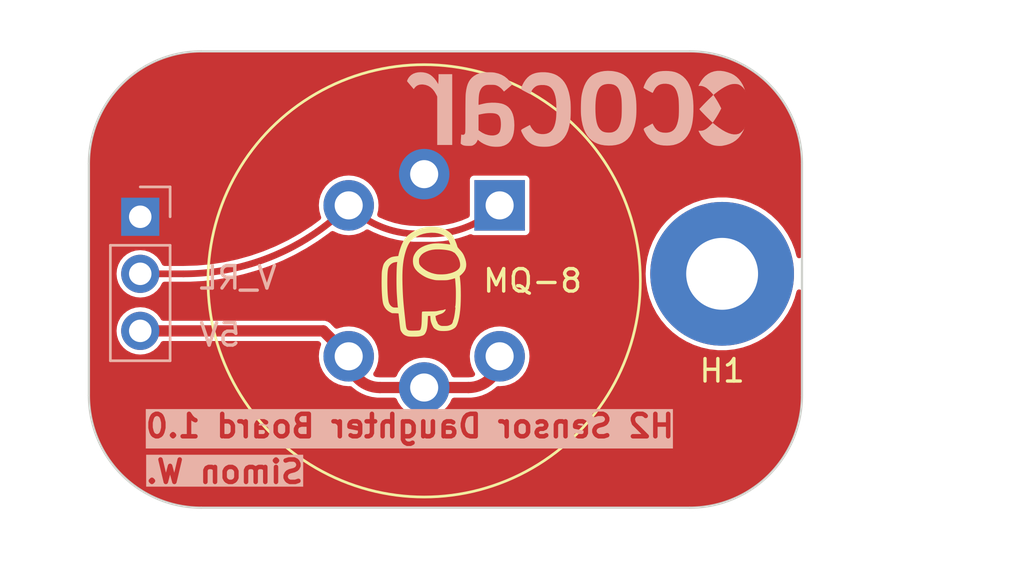
<source format=kicad_pcb>
(kicad_pcb (version 20221018) (generator pcbnew)
  (title_block (title "H2 sensor modular board") (date "2023-10-26") (rev "1.0") (company "U of A Ecocar"))
  (layers (0 "F.Cu" signal) (31 "B.Cu" signal) (34 "B.Paste" user) (35 "F.Paste" user) (36 "B.SilkS" user "B.Silkscreen") (37 "F.SilkS" user "F.Silkscreen") (38 "B.Mask" user) (39 "F.Mask" user) (44 "Edge.Cuts" user))
  (net 0 "")
  (net 1 "+5V")
  (net 2 "/V_RL")
  (net 3 "GND")
  (footprint "Modular sensor footprints:sus" (layer "F.Cu") (at 139.642 94.292)
    (fp_text reference "G***" hide)
    (fp_text value "LOGO" hide)
    (fp_poly (pts (xy 0.445465 -2.405436) (xy 0.530384 -2.399974) (xy 0.579953 -2.394155) (xy 0.703248 -2.369618) (xy 0.822783 -2.333204) (xy 0.935712 -2.286344) (xy 1.039189 -2.230466) (xy 1.130367 -2.167001) (xy 1.206402 -2.097379) (xy 1.233976 -2.0656) (xy 1.264307 -2.022018) (xy 1.29829 -1.963538) (xy 1.334118 -1.89415) (xy 1.36998 -1.817843) (xy 1.404067 -1.738604) (xy 1.434571 -1.660423) (xy 1.459682 -1.587288) (xy 1.474765 -1.534732) (xy 1.483517 -1.510862) (xy 1.499291 -1.484646) (xy 1.52452 -1.452709) (xy 1.561635 -1.411671) (xy 1.569048 -1.403815) (xy 1.628352 -1.339146) (xy 1.675419 -1.282455) (xy 1.713317 -1.229381) (xy 1.745116 -1.175563) (xy 1.773883 -1.11664) (xy 1.77864 -1.105922) (xy 1.827618 -0.978713) (xy 1.859128 -0.860015) (xy 1.873202 -0.749379) (xy 1.869871 -0.646356) (xy 1.849164 -0.550497) (xy 1.821582 -0.481657) (xy 1.792597 -0.433027) (xy 1.75162 -0.378692) (xy 1.70309 -0.323736) (xy 1.651449 -0.273248) (xy 1.608911 -0.238011) (xy 1.581173 -0.217229) (xy 1.596375 -0.096328) (xy 1.6076 0.004335) (xy 1.616521 0.110593) (xy 1.623265 0.225198) (xy 1.627962 0.350907) (xy 1.63074 0.490471) (xy 1.631728 0.646645) (xy 1.631734 0.660288) (xy 1.628675 0.892804) (xy 1.619475 1.106936) (xy 1.604102 1.302988) (xy 1.58252 1.481262) (xy 1.554696 1.642061) (xy 1.520596 1.78569) (xy 1.497444 1.862732) (xy 1.469416 1.940616) (xy 1.440391 2.002494) (xy 1.407445 2.051928) (xy 1.367657 2.092477) (xy 1.318102 2.127701) (xy 1.255857 2.16116) (xy 1.250153 2.163909) (xy 1.189626 2.190108) (xy 1.129982 2.20943) (xy 1.066689 2.222709) (xy 0.995216 2.230783) (xy 0.911032 2.234487) (xy 0.865015 2.234958) (xy 0.779669 2.233647) (xy 0.709535 2.228609) (xy 0.650345 2.218762) (xy 0.597832 2.203027) (xy 0.547727 2.180321) (xy 0.495763 2.149564) (xy 0.475899 2.136395) (xy 0.446577 2.113712) (xy 0.422594 2.087316) (xy 0.399222 2.051441) (xy 0.384695 2.025167) (xy 0.336488 1.924057) (xy 0.3034 1.828632) (xy 0.283969 1.734015) (xy 0.27787 1.668748) (xy 0.272287 1.562925) (xy 0.219696 1.562925) (xy 0.189151 1.56371) (xy 0.173403 1.567414) (xy 0.167609 1.576066) (xy 0.166889 1.585042) (xy 0.166377 1.601273) (xy 0.165072 1.633832) (xy 0.163116 1.67941) (xy 0.160653 1.734699) (xy 0.157825 1.796389) (xy 0.157106 1.811811) (xy 0.150053 1.928142) (xy 0.140362 2.02738) (xy 0.127609 2.111969) (xy 0.111367 2.184349) (xy 0.091214 2.246963) (xy 0.074536 2.286321) (xy 0.0431 2.344577) (xy 0.009455 2.387095) (xy -0.030474 2.417704) (xy -0.080763 2.440236) (xy -0.09379 2.444543) (xy -0.142152 2.45874) (xy -0.187657 2.46946) (xy -0.234303 2.477141) (xy -0.286084 2.48222) (xy -0.346996 2.485134) (xy -0.421034 2.486321) (xy -0.476089 2.486378) (xy -0.549072 2.485854) (xy -0.606093 2.484552) (xy -0.650844 2.482205) (xy -0.687016 2.478541) (xy -0.718299 2.473291) (xy -0.746748 2.466617) (xy -0.829975 2.437915) (xy -0.899597 2.397876) (xy -0.958668 2.3441) (xy -1.010239 2.274182) (xy -1.026613 2.246296) (xy -1.041102 2.218253) (xy -1.051863 2.191036) (xy -1.060204 2.159638) (xy -1.067435 2.119048) (xy -1.074864 2.064258) (xy -1.07548 2.059326) (xy -1.080429 2.018212) (xy -1.086519 1.965589) (xy -1.09343 1.90442) (xy -1.100843 1.837668) (xy -1.10844 1.768294) (xy -1.115901 1.69926) (xy -1.122906 1.633531) (xy -1.129138 1.574067) (xy -1.134276 1.52383) (xy -1.138002 1.485785) (xy -1.139996 1.462892) (xy -1.140244 1.458158) (xy -1.147834 1.453066) (xy -1.171368 1.449052) (xy -1.211999 1.445998) (xy -1.270877 1.443789) (xy -1.286021 1.443413) (xy -1.431795 1.440054) (xy -1.518636 1.397001) (xy -1.608687 1.341628) (xy -1.686789 1.271528) (xy -1.751227 1.188761) (xy -1.800287 1.095384) (xy -1.822503 1.032121) (xy -1.838647 0.963671) (xy -1.853002 0.877298) (xy -1.865461 0.774668) (xy -1.875918 0.657445) (xy -1.884265 0.527295) (xy -1.890395 0.385881) (xy -1.894202 0.234869) (xy -1.895578 0.075924) (xy -1.895485 0.062557) (xy -1.640198 0.062557) (xy -1.63908 0.213083) (xy -1.635628 0.356422) (xy -1.629951 0.490798) (xy -1.622163 0.614437) (xy -1.612374 0.725565) (xy -1.600696 0.822406) (xy -1.587241 0.903185) (xy -1.572237 0.965736) (xy -1.542299 1.036261) (xy -1.498352 1.097569) (xy -1.443416 1.145854) (xy -1.416514 1.162008) (xy -1.389867 1.174894) (xy -1.365846 1.182985) (xy -1.338466 1.187368) (xy -1.301744 1.189134) (xy -1.266048 1.189396) (xy -1.168009 1.189396) (xy -1.173625 1.152535) (xy -1.176876 1.125615) (xy -1.181111 1.082046) (xy -1.186103 1.024799) (xy -1.191624 0.956846) (xy -1.197446 0.88116) (xy -1.203341 0.800711) (xy -1.209082 0.718473) (xy -1.214441 0.637416) (xy -1.21919 0.560514) (xy -1.21978 0.550464) (xy -1.22455 0.453742) (xy -1.228246 0.347345) (xy -1.230895 0.233623) (xy -1.232528 0.114922) (xy -1.233174 -0.00641) (xy -1.233034 -0.060769) (xy -0.968997 -0.060769) (xy -0.965186 0.145998) (xy -0.964171 0.18185) (xy -0.959048 0.339199) (xy -0.953251 0.483824) (xy -0.946482 0.619911) (xy -0.938446 0.751641) (xy -0.928843 0.883201) (xy -0.917376 1.018773) (xy -0.903748 1.162542) (xy -0.887662 1.318692) (xy -0.87505 1.435139) (xy -0.865834 1.518944) (xy -0.855896 1.609398) (xy -0.845879 1.700644) (xy -0.836425 1.786828) (xy -0.828177 1.862096) (xy -0.82488 1.892221) (xy -0.814652 1.980046) (xy -0.80377 2.050784) (xy -0.79012 2.106235) (xy -0.771585 2.148202) (xy -0.746047 2.178485) (xy -0.71139 2.198885) (xy -0.665498 2.211203) (xy -0.606254 2.21724) (xy -0.531541 2.218797) (xy -0.442338 2.217732) (xy -0.374731 2.215917) (xy -0.314438 2.213161) (xy -0.264744 2.209681) (xy -0.22893 2.205697) (xy -0.213011 2.202465) (xy -0.182518 2.187631) (xy -0.164072 2.163282) (xy -0.161648 2.157841) (xy -0.146636 2.114578) (xy -0.134327 2.062214) (xy -0.124539 1.998947) (xy -0.117086 1.922975) (xy -0.111784 1.832497) (xy -0.108449 1.725712) (xy -0.107048 1.624299) (xy -0.106033 1.541763) (xy -0.104357 1.477556) (xy -0.101944 1.430357) (xy -0.098722 1.398846) (xy -0.094614 1.381701) (xy -0.093235 1.379212) (xy -0.088138 1.374501) (xy -0.079092 1.370748) (xy -0.063991 1.367833) (xy -0.040728 1.365635) (xy -0.007196 1.364033) (xy 0.038711 1.362906) (xy 0.0991 1.362133) (xy 0.176077 1.361594) (xy 0.217439 1.361392) (xy 0.302876 1.360939) (xy 0.371595 1.360299) (xy 0.42654 1.359275) (xy 0.470652 1.357668) (xy 0.506876 1.355283) (xy 0.538152 1.351921) (xy 0.567423 1.347387) (xy 0.597632 1.341483) (xy 0.631722 1.334012) (xy 0.634017 1.333495) (xy 0.685111 1.322698) (xy 0.734334 1.313534) (xy 0.775723 1.307045) (xy 0.801122 1.304361) (xy 0.838198 1.299243) (xy 0.873246 1.28942) (xy 0.883728 1.284911) (xy 0.913471 1.273282) (xy 0.94014 1.26846) (xy 0.958381 1.270906) (xy 0.963313 1.278059) (xy 0.958045 1.2919) (xy 0.944736 1.315481) (xy 0.927126 1.3428) (xy 0.908955 1.367859) (xy 0.902148 1.376161) (xy 0.866091 1.409178) (xy 0.819134 1.440374) (xy 0.769711 1.464364) (xy 0.756888 1.468955) (xy 0.699686 1.488145) (xy 0.648386 1.506414) (xy 0.606063 1.522579) (xy 0.575791 1.535458) (xy 0.560641 1.543867) (xy 0.559743 1.544835) (xy 0.546805 1.551649) (xy 0.527754 1.555196) (xy 0.510382 1.558452) (xy 0.504497 1.568317) (xy 0.50659 1.590961) (xy 0.506772 1.592105) (xy 0.519255 1.665661) (xy 0.530496 1.721407) (xy 0.540955 1.761118) (xy 0.551094 1.786569) (xy 0.560437 1.798839) (xy 0.5741 1.817398) (xy 0.585801 1.846025) (xy 0.588531 1.856443) (xy 0.606936 1.902205) (xy 0.641298 1.941551) (xy 0.6932 1.976175) (xy 0.70744 1.983479) (xy 0.730277 1.994146) (xy 0.750699 2.001497) (xy 0.773066 2.006125) (xy 0.801738 2.008622) (xy 0.841076 2.009583) (xy 0.895439 2.009599) (xy 0.899419 2.009582) (xy 0.957114 2.008956) (xy 1.000185 2.007235) (xy 1.033662 2.003791) (xy 1.062575 1.997992) (xy 1.091955 1.989209) (xy 1.10875 1.983375) (xy 1.165305 1.960604) (xy 1.206289 1.936963) (xy 1.235636 1.909122) (xy 1.257279 1.87375) (xy 1.267745 1.84876) (xy 1.278461 1.815649) (xy 1.284291 1.788446) (xy 1.284213 1.774458) (xy 1.283734 1.761674) (xy 1.287621 1.75952) (xy 1.296237 1.750201) (xy 1.306627 1.724011) (xy 1.318221 1.683596) (xy 1.330451 1.631603) (xy 1.342746 1.570681) (xy 1.354538 1.503475) (xy 1.365257 1.432634) (xy 1.374334 1.360804) (xy 1.375357 1.351586) (xy 1.38055 1.304946) (xy 1.385573 1.261401) (xy 1.389667 1.227469) (xy 1.391187 1.215704) (xy 1.392576 1.190935) (xy 1.387871 1.183617) (xy 1.386222 1.184338) (xy 1.38044 1.187712) (xy 1.37751 1.186676) (xy 1.377617 1.177746) (xy 1.380944 1.157436) (xy 1.387677 1.122261) (xy 1.390182 1.109352) (xy 1.395158 1.073043) (xy 1.399586 1.020065) (xy 1.403409 0.953401) (xy 1.406568 0.876036) (xy 1.409007 0.790954) (xy 1.410669 0.701139) (xy 1.411496 0.609574) (xy 1.41143 0.519245) (xy 1.410415 0.433134) (xy 1.408393 0.354226) (xy 1.405832 0.294891) (xy 1.40213 0.231171) (xy 1.397811 0.165084) (xy 1.393121 0.099622) (xy 1.388307 0.037775) (xy 1.383615 -0.017465) (xy 1.379292 -0.063108) (xy 1.375585 -0.096163) (xy 1.37274 -0.113638) (xy 1.37199 -0.115525) (xy 1.362214 -0.113901) (xy 1.33921 -0.107189) (xy 1.312634 -0.098424) (xy 1.279793 -0.088318) (xy 1.234111 -0.075838) (xy 1.181987 -0.062671) (xy 1.136544 -0.052007) (xy 1.09865 -0.043697) (xy 1.06573 -0.037304) (xy 1.034339 -0.032576) (xy 1.001032 -0.029265) (xy 0.962367 -0.02712) (xy 0.914899 -0.025892) (xy 0.855183 -0.025331) (xy 0.779776 -0.025188) (xy 0.766718 -0.025187) (xy 0.689003 -0.025283) (xy 0.627551 -0.025733) (xy 0.578967 -0.026792) (xy 0.539855 -0.028714) (xy 0.506819 -0.031754) (xy 0.476464 -0.036167) (xy 0.445394 -0.042208) (xy 0.410213 -0.050131) (xy 0.398877 -0.05279) (xy 0.283444 -0.082745) (xy 0.1823 -0.115543) (xy 0.09008 -0.153426) (xy 0.001422 -0.198637) (xy -0.089037 -0.253415) (xy -0.103212 -0.262674) (xy -0.210225 -0.338672) (xy -0.298739 -0.414095) (xy -0.369793 -0.490567) (xy -0.424424 -0.569709) (xy -0.463671 -0.653142) (xy -0.488572 -0.74249) (xy -0.500164 -0.839372) (xy -0.501316 -0.884675) (xy -0.230999 -0.884675) (xy -0.22866 -0.818783) (xy -0.220218 -0.766465) (xy -0.203529 -0.722036) (xy -0.17645 -0.679814) (xy -0.13684 -0.634116) (xy -0.136339 -0.633586) (xy -0.041179 -0.546426) (xy 0.068732 -0.469522) (xy 0.190627 -0.404211) (xy 0.321738 -0.351828) (xy 0.459298 -0.313708) (xy 0.564526 -0.295348) (xy 0.638203 -0.288787) (xy 0.723945 -0.286066) (xy 0.814687 -0.287045) (xy 0.903361 -0.291586) (xy 0.9829 -0.299548) (xy 1.013942 -0.304229) (xy 1.141936 -0.331006) (xy 1.256374 -0.364795) (xy 1.356259 -0.405075) (xy 1.440591 -0.451324) (xy 1.508371 -0.503018) (xy 1.558601 -0.559637) (xy 1.582546 -0.601392) (xy 1.598872 -0.65841) (xy 1.602635 -0.727285) (xy 1.594247 -0.805102) (xy 1.574117 -0.888948) (xy 1.542656 -0.975909) (xy 1.523905 -1.017376) (xy 1.504678 -1.052213) (xy 1.478812 -1.092182) (xy 1.448901 -1.134023) (xy 1.417541 -1.174474) (xy 1.387327 -1.210274) (xy 1.360853 -1.238162) (xy 1.340716 -1.254877) (xy 1.332272 -1.258205) (xy 1.316163 -1.263878) (xy 1.296019 -1.276937) (xy 1.251749 -1.303276) (xy 1.189805 -1.327295) (xy 1.112075 -1.348627) (xy 1.020448 -1.366907) (xy 0.916813 -1.381769) (xy 0.803056 -1.392845) (xy 0.681068 -1.399771) (xy 0.658591 -1.400542) (xy 0.500027 -1.398291) (xy 0.353559 -1.381166) (xy 0.218154 -1.348926) (xy 0.092776 -1.301328) (xy -0.016713 -1.242458) (xy -0.094573 -1.184388) (xy -0.156998 -1.115827) (xy -0.200087 -1.046866) (xy -0.214114 -1.018742) (xy -0.223109 -0.995031) (xy -0.228182 -0.969913) (xy -0.23044 -0.937569) (xy -0.230994 -0.892182) (xy -0.230999 -0.884675) (xy -0.501316 -0.884675) (xy -0.498411 -0.964217) (xy -0.488572 -1.032) (xy -0.47011 -1.095213) (xy -0.441337 -1.161041) (xy -0.432193 -1.179024) (xy -0.372131 -1.275805) (xy -0.298045 -1.361525) (xy -0.209002 -1.436935) (xy -0.104072 -1.502787) (xy 0.017675 -1.559834) (xy 0.058978 -1.575849) (xy 0.172155 -1.613796) (xy 0.281004 -1.641321) (xy 0.390773 -1.659204) (xy 0.506712 -1.668225) (xy 0.634067 -1.669164) (xy 0.678251 -1.667879) (xy 0.731898 -1.665166) (xy 0.792873 -1.660853) (xy 0.857909 -1.655303) (xy 0.923744 -1.648877) (xy 0.987112 -1.641939) (xy 1.044749 -1.634851) (xy 1.093391 -1.627975) (xy 1.129774 -1.621675) (xy 1.150632 -1.616311) (xy 1.15305 -1.615152) (xy 1.159303 -1.616777) (xy 1.156377 -1.634488) (xy 1.144664 -1.667201) (xy 1.124556 -1.71383) (xy 1.096443 -1.773289) (xy 1.094964 -1.776314) (xy 1.054067 -1.851096) (xy 1.010375 -1.91103) (xy 0.959535 -1.960462) (xy 0.897195 -2.003732) (xy 0.831632 -2.039051) (xy 0.722277 -2.085016) (xy 0.607954 -2.117078) (xy 0.485615 -2.135796) (xy 0.352213 -2.141731) (xy 0.281505 -2.140125) (xy 0.116294 -2.124422) (xy -0.040384 -2.091347) (xy -0.19009 -2.040401) (xy -0.334381 -1.971085) (xy -0.43349 -1.911042) (xy -0.507386 -1.857232) (xy -0.572391 -1.79815) (xy -0.629881 -1.731601) (xy -0.681237 -1.655395) (xy -0.727838 -1.567339) (xy -0.771061 -1.46524) (xy -0.812287 -1.346906) (xy -0.835076 -1.272521) (xy -0.869451 -1.145463) (xy -0.898434 -1.015416) (xy -0.922201 -0.880387) (xy -0.94093 -0.738383) (xy -0.954797 -0.587412) (xy -0.963979 -0.425481) (xy -0.968653 -0.250597) (xy -0.968997 -0.060769) (xy -1.233034 -0.060769) (xy -1.23286 -0.128024) (xy -1.231617 -0.247573) (xy -1.229474 -0.36271) (xy -1.226458 -0.471086) (xy -1.2226 -0.570355) (xy -1.217928 -0.658167) (xy -1.212472 -0.732176) (xy -1.20626 -0.790033) (xy -1.202957 -0.811726) (xy -1.19767 -0.841989) (xy -1.269713 -0.833653) (xy -1.355716 -0.814816) (xy -1.431992 -0.779024) (xy -1.499718 -0.725684) (xy -1.515779 -0.709183) (xy -1.543241 -0.67652) (xy -1.566273 -0.641582) (xy -1.585282 -0.602342) (xy -1.600672 -0.556775) (xy -1.612848 -0.502858) (xy -1.622214 -0.438563) (xy -1.629175 -0.361868) (xy -1.634136 -0.270746) (xy -1.637502 -0.163172) (xy -1.638868 -0.093383) (xy -1.640198 0.062557) (xy -1.895485 0.062557) (xy -1.894443 -0.087442) (xy -1.893104 -0.175942) (xy -1.891781 -0.247702) (xy -1.890253 -0.305642) (xy -1.888299 -0.352681) (xy -1.885698 -0.391736) (xy -1.88223 -0.425727) (xy -1.877672 -0.457572) (xy -1.871804 -0.490191) (xy -1.864404 -0.526502) (xy -1.859398 -0.550056) (xy -1.841504 -0.625914) (xy -1.822805 -0.690858) (xy -1.804403 -0.741201) (xy -1.798253 -0.754654) (xy -1.757096 -0.821047) (xy -1.70104 -0.88682) (xy -1.634582 -0.948135) (xy -1.562217 -1.001159) (xy -1.488443 -1.042057) (xy -1.438752 -1.061298) (xy -1.401009 -1.070815) (xy -1.351298 -1.080405) (xy -1.29726 -1.088695) (xy -1.264257 -1.092651) (xy -1.154093 -1.104134) (xy -1.136292 -1.183627) (xy -1.112798 -1.276878) (xy -1.082484 -1.379605) (xy -1.047884 -1.483991) (xy -1.011536 -1.582223) (xy -0.989459 -1.636084) (xy -0.930305 -1.758968) (xy -0.864354 -1.865851) (xy -0.788935 -1.959956) (xy -0.701376 -2.044502) (xy -0.599007 -2.122712) (xy -0.569581 -2.142441) (xy -0.416125 -2.231065) (xy -0.251829 -2.303326) (xy -0.076844 -2.359162) (xy 0.0085 -2.379596) (xy 0.079134 -2.391382) (xy 0.16367 -2.4) (xy 0.256586 -2.405309) (xy 0.352358 -2.407168)) (fill solid) (layer "F.SilkS"))
  )
  (footprint "MountingHole:MountingHole_3.2mm_M3_Pad" (layer "F.Cu") (at 152.908 93.98)
    (fp_text reference "H1" (at 0 4.318) (layer "F.SilkS"))
    (fp_text value "MountingHole_Pad")
    (pad "1" thru_hole circle (at 0 0) (size 6.4 6.4) (drill 3.2) (layers "*.Cu" "*.Mask"))
  )
  (footprint "Modular sensor footprints:MQ-8" (layer "F.Cu") (at 143.002 90.932 -90)
    (fp_text reference "MQ-8" (at 3.36 -1.466 -180) (layer "F.SilkS"))
    (fp_text value "MQ-8")
    (fp_circle (center 3.36 3.36) (end 12.985 3.36) (stroke (width 0.12)) (fill none) (layer "F.SilkS"))
    (pad "1" thru_hole rect (at 0 0 270) (size 2.25 2.25) (drill 1.25) (layers "*.Cu" "*.Mask") (net 2 "/V_RL"))
    (pad "2" thru_hole circle (at -1.39 3.36 270) (size 2.25 2.25) (drill 1.25) (layers "*.Cu" "*.Mask") (net 3 "GND"))
    (pad "3" thru_hole circle (at 0 6.72) (size 2.25 2.25) (drill 1.25) (layers "*.Cu" "*.Mask") (net 2 "/V_RL"))
    (pad "4" thru_hole circle (at 6.72 6.72 90) (size 2.25 2.25) (drill 1.25) (layers "*.Cu" "*.Mask") (net 1 "+5V"))
    (pad "5" thru_hole circle (at 8.11 3.36 270) (size 2.25 2.25) (drill 1.25) (layers "*.Cu" "*.Mask") (net 1 "+5V"))
    (pad "6" thru_hole circle (at 6.72 0 180) (size 2.25 2.25) (drill 1.25) (layers "*.Cu" "*.Mask") (net 1 "+5V"))
  )
  (footprint "Modular sensor footprints:car" (layer "B.Cu") (at 144.018 86.614 180)
    (fp_text reference "G***" hide)
    (fp_text value "LOGO" hide)
    (fp_poly (pts (xy 4.652161 1.604015) (xy 4.761785 1.581248) (xy 4.861553 1.543576) (xy 4.946688 1.491501) (xy 4.988175 1.455496) (xy 5.029372 1.413489) (xy 5.051584 1.387056) (xy 5.080372 1.344982) (xy 5.105668 1.300384) (xy 5.12498 1.258661) (xy 5.135815 1.225209) (xy 5.13568 1.205427) (xy 5.135566 1.205237) (xy 5.125848 1.192799) (xy 5.10338 1.165588) (xy 5.070689 1.126614) (xy 5.030299 1.078887) (xy 4.984735 1.025418) (xy 4.984159 1.024745) (xy 4.840352 0.856548) (xy 4.799872 0.912894) (xy 4.738258 0.980113) (xy 4.663873 1.027878) (xy 4.5765 1.056277) (xy 4.475918 1.065399) (xy 4.428093 1.063381) (xy 4.307371 1.043208) (xy 4.19631 1.002127) (xy 4.094652 0.939942) (xy 4.002141 0.856458) (xy 3.918519 0.751479) (xy 3.84353 0.624808) (xy 3.837714 0.613368) (xy 3.795144 0.528681) (xy 3.795144 -0.549969) (xy 3.795144 -1.628618) (xy 3.461088 -1.628618) (xy 3.127032 -1.628618) (xy 3.127032 -0.052107) (xy 3.127032 1.524404) (xy 3.431785 1.524404) (xy 3.736538 1.524404) (xy 3.736608 1.398401) (xy 3.737426 1.332542) (xy 3.739555 1.262375) (xy 3.742611 1.199144) (xy 3.74425 1.17513) (xy 3.751821 1.077863) (xy 3.7826 1.134106) (xy 3.85011 1.241536) (xy 3.92972 1.341425) (xy 4.016671 1.428401) (xy 4.101294 1.493881) (xy 4.198014 1.545809) (xy 4.305607 1.582776) (xy 4.419926 1.604791) (xy 4.536826 1.611867)) (fill solid) (layer "B.SilkS"))
    (fp_poly (pts (xy -0.800069 1.607005) (xy -0.693989 1.595042) (xy -0.603851 1.578376) (xy -0.522327 1.555177) (xy -0.442095 1.523613) (xy -0.412793 1.510169) (xy -0.314083 1.451257) (xy -0.220725 1.371448) (xy -0.13466 1.27304) (xy -0.05783 1.158329) (xy 0.007823 1.029613) (xy 0.022248 0.99555) (xy 0.041549 0.948364) (xy 0.054491 0.912145) (xy 0.059167 0.883849) (xy 0.053676 0.860434) (xy 0.036111 0.838857) (xy 0.00457 0.816074) (xy -0.042853 0.789043) (xy -0.10806 0.754721) (xy -0.138354 0.738895) (xy -0.338626 0.634) (xy -0.393075 0.743684) (xy -0.427126 0.80729) (xy -0.460096 0.856424) (xy -0.497672 0.899056) (xy -0.517663 0.918303) (xy -0.57567 0.966011) (xy -0.63419 1.000015) (xy -0.699164 1.022529) (xy -0.776532 1.035766) (xy -0.846699 1.040959) (xy -0.96856 1.039299) (xy -1.07593 1.021906) (xy -1.16963 0.987978) (xy -1.250482 0.936714) (xy -1.319307 0.867313) (xy -1.376928 0.778975) (xy -1.424164 0.670898) (xy -1.461838 0.542281) (xy -1.486867 0.416744) (xy -1.495278 0.349308) (xy -1.501796 0.263252) (xy -1.506418 0.163321) (xy -1.509139 0.05426) (xy -1.509956 -0.059185) (xy -1.508864 -0.172267) (xy -1.50586 -0.280243) (xy -1.500938 -0.378365) (xy -1.494096 -0.461888) (xy -1.487667 -0.512311) (xy -1.459062 -0.657356) (xy -1.421909 -0.781366) (xy -1.375458 -0.885415) (xy -1.31896 -0.970576) (xy -1.251667 -1.037922) (xy -1.172829 -1.088526) (xy -1.081698 -1.123461) (xy -1.056448 -1.12998) (xy -0.956358 -1.144833) (xy -0.851852 -1.144816) (xy -0.749763 -1.130671) (xy -0.65692 -1.103139) (xy -0.610365 -1.081528) (xy -0.554523 -1.042776) (xy -0.496291 -0.98808) (xy -0.441196 -0.923563) (xy -0.394763 -0.855348) (xy -0.377265 -0.823271) (xy -0.357969 -0.784626) (xy -0.342991 -0.75502) (xy -0.335116 -0.739951) (xy -0.33467 -0.739211) (xy -0.323954 -0.743174) (xy -0.295891 -0.75684) (xy -0.253653 -0.778572) (xy -0.20041 -0.806736) (xy -0.139335 -0.839696) (xy -0.131232 -0.844113) (xy -0.060148 -0.882567) (xy -0.007288 -0.911948) (xy 0.029063 -0.935518) (xy 0.050616 -0.95654) (xy 0.059083 -0.978275) (xy 0.056179 -1.003985) (xy 0.043614 -1.036932) (xy 0.023102 -1.080379) (xy 0.00871 -1.110665) (xy -0.054425 -1.230515) (xy -0.125595 -1.334674) (xy -0.210209 -1.430748) (xy -0.239424 -1.459514) (xy -0.332109 -1.538687) (xy -0.427595 -1.599975) (xy -0.531187 -1.645943) (xy -0.648191 -1.679154) (xy -0.723407 -1.69344) (xy -0.80009 -1.702441) (xy -0.890419 -1.707595) (xy -0.986737 -1.708916) (xy -1.081386 -1.706422) (xy -1.166708 -1.700131) (xy -1.223329 -1.692335) (xy -1.376728 -1.653503) (xy -1.517482 -1.595076) (xy -1.645043 -1.517539) (xy -1.75886 -1.421378) (xy -1.858386 -1.307079) (xy -1.94307 -1.175127) (xy -2.012364 -1.026008) (xy -2.029622 -0.979278) (xy -2.055813 -0.893943) (xy -2.081192 -0.792033) (xy -2.104319 -0.680411) (xy -2.123759 -0.565935) (xy -2.136682 -0.468212) (xy -2.142242 -0.401363) (xy -2.146354 -0.316443) (xy -2.149017 -0.218781) (xy -2.15023 -0.113705) (xy -2.149993 -0.006543) (xy -2.148304 0.097379) (xy -2.145163 0.192731) (xy -2.140569 0.274186) (xy -2.136808 0.317113) (xy -2.108075 0.523671) (xy -2.067539 0.710493) (xy -2.014814 0.878316) (xy -1.949515 1.027876) (xy -1.871258 1.15991) (xy -1.779659 1.275156) (xy -1.674332 1.37435) (xy -1.554893 1.45823) (xy -1.534956 1.469986) (xy -1.420692 1.524444) (xy -1.290558 1.566578) (xy -1.149125 1.595536) (xy -1.000968 1.610466) (xy -0.85066 1.610513)) (fill solid) (layer "B.SilkS"))
    (fp_poly (pts (xy 1.566252 1.608972) (xy 1.649048 1.606662) (xy 1.720945 1.602047) (xy 1.770511 1.595984) (xy 1.916466 1.561717) (xy 2.046068 1.511157) (xy 2.160224 1.44387) (xy 2.253055 1.366167) (xy 2.324732 1.285409) (xy 2.384634 1.194393) (xy 2.433602 1.090861) (xy 2.472479 0.972557) (xy 2.502108 0.837223) (xy 2.523331 0.6826) (xy 2.528567 0.627727) (xy 2.530767 0.590244) (xy 2.532829 0.531586) (xy 2.534721 0.454019) (xy 2.536415 0.35981) (xy 2.537879 0.251226) (xy 2.539084 0.130534) (xy 2.54 0) (xy 2.540596 -0.138109) (xy 2.540843 -0.281526) (xy 2.540847 -0.296482) (xy 2.540923 -0.45335) (xy 2.541123 -0.588471) (xy 2.541486 -0.703541) (xy 2.542049 -0.800254) (xy 2.542852 -0.880307) (xy 2.543933 -0.945394) (xy 2.545328 -0.997212) (xy 2.547078 -1.037455) (xy 2.549219 -1.067819) (xy 2.551791 -1.09) (xy 2.554831 -1.105693) (xy 2.558377 -1.116593) (xy 2.559372 -1.11882) (xy 2.589023 -1.157624) (xy 2.630262 -1.176744) (xy 2.680172 -1.174909) (xy 2.68527 -1.173596) (xy 2.726605 -1.162183) (xy 2.733005 -1.257675) (xy 2.736845 -1.317053) (xy 2.741114 -1.386267) (xy 2.744978 -1.451746) (xy 2.745488 -1.460708) (xy 2.75157 -1.568248) (xy 2.716961 -1.597371) (xy 2.674532 -1.626481) (xy 2.624339 -1.647332) (xy 2.562405 -1.660848) (xy 2.484759 -1.667953) (xy 2.406173 -1.669643) (xy 2.34246 -1.669322) (xy 2.296575 -1.6678) (xy 2.262909 -1.66424) (xy 2.235851 -1.657803) (xy 2.209789 -1.647652) (xy 2.187201 -1.636939) (xy 2.115222 -1.590673) (xy 2.058177 -1.528801) (xy 2.016689 -1.456093) (xy 1.988193 -1.393851) (xy 1.933455 -1.442206) (xy 1.840635 -1.512481) (xy 1.730863 -1.575974) (xy 1.610308 -1.629751) (xy 1.48514 -1.670881) (xy 1.419455 -1.686465) (xy 1.328112 -1.700394) (xy 1.22659 -1.708073) (xy 1.123146 -1.709383) (xy 1.026033 -1.704209) (xy 0.946875 -1.693124) (xy 0.82335 -1.658746) (xy 0.714992 -1.608182) (xy 0.621561 -1.541042) (xy 0.542819 -1.456938) (xy 0.478529 -1.355482) (xy 0.428451 -1.236284) (xy 0.392347 -1.098958) (xy 0.36998 -0.943112) (xy 0.36111 -0.76836) (xy 0.360927 -0.737802) (xy 0.361744 -0.718646) (xy 0.959269 -0.718646) (xy 0.963694 -0.815969) (xy 0.974999 -0.907832) (xy 0.993108 -0.988759) (xy 1.017948 -1.053278) (xy 1.021061 -1.059089) (xy 1.066245 -1.116923) (xy 1.128851 -1.160853) (xy 1.207095 -1.190415) (xy 1.299194 -1.205149) (xy 1.403365 -1.204592) (xy 1.517822 -1.188281) (xy 1.518781 -1.188085) (xy 1.655486 -1.148404) (xy 1.784924 -1.086826) (xy 1.864064 -1.036018) (xy 1.954904 -0.971552) (xy 1.954904 -0.627052) (xy 1.954904 -0.282551) (xy 1.875786 -0.264578) (xy 1.752572 -0.239122) (xy 1.642527 -0.222293) (xy 1.537444 -0.213086) (xy 1.434703 -0.210483) (xy 1.324471 -0.214127) (xy 1.234099 -0.22555) (xy 1.160985 -0.245823) (xy 1.102526 -0.276015) (xy 1.05612 -0.317195) (xy 1.019166 -0.370432) (xy 1.011856 -0.384244) (xy 0.988017 -0.448662) (xy 0.971355 -0.529519) (xy 0.961798 -0.621338) (xy 0.959269 -0.718646) (xy 0.361744 -0.718646) (xy 0.368518 -0.559779) (xy 0.391321 -0.399433) (xy 0.42931 -0.256806) (xy 0.482462 -0.13194) (xy 0.55075 -0.024878) (xy 0.634149 0.064339) (xy 0.732634 0.13567) (xy 0.846179 0.18907) (xy 0.935154 0.215892) (xy 1.070605 0.240548) (xy 1.220037 0.253456) (xy 1.377044 0.254446) (xy 1.535224 0.243347) (xy 1.609068 0.233769) (xy 1.653133 0.226025) (xy 1.708975 0.214615) (xy 1.770302 0.201006) (xy 1.830819 0.186669) (xy 1.884236 0.173069) (xy 1.924258 0.161678) (xy 1.937869 0.157044) (xy 1.945091 0.155572) (xy 1.95022 0.159552) (xy 1.953449 0.171989) (xy 1.954973 0.195884) (xy 1.954985 0.234242) (xy 1.95368 0.290064) (xy 1.951296 0.364983) (xy 1.946447 0.473605) (xy 1.939367 0.563129) (xy 1.929276 0.637855) (xy 1.91539 0.702085) (xy 1.896928 0.760118) (xy 1.873107 0.816255) (xy 1.866819 0.829286) (xy 1.819084 0.907731) (xy 1.761002 0.967299) (xy 1.688734 1.011632) (xy 1.662803 1.02287) (xy 1.634609 1.033112) (xy 1.60653 1.04032) (xy 1.573636 1.04502) (xy 1.531 1.047742) (xy 1.473693 1.049013) (xy 1.415726 1.049337) (xy 1.342834 1.049081) (xy 1.288144 1.047631) (xy 1.246423 1.044457) (xy 1.21244 1.039029) (xy 1.180963 1.030817) (xy 1.157858 1.023211) (xy 1.083268 0.988891) (xy 1.006385 0.938975) (xy 0.934844 0.879105) (xy 0.876792 0.815585) (xy 0.851261 0.783475) (xy 0.831386 0.7603) (xy 0.821269 0.750829) (xy 0.821076 0.7508) (xy 0.811279 0.757958) (xy 0.787029 0.777549) (xy 0.751673 0.806755) (xy 0.708558 0.842754) (xy 0.66103 0.882726) (xy 0.612438 0.92385) (xy 0.566127 0.963306) (xy 0.525446 0.998273) (xy 0.49374 1.025931) (xy 0.4799 1.038315) (xy 0.472564 1.052042) (xy 0.475793 1.072636) (xy 0.490879 1.102555) (xy 0.519115 1.14426) (xy 0.561794 1.20021) (xy 0.571334 1.212266) (xy 0.675405 1.324777) (xy 0.79427 1.419254) (xy 0.927396 1.495398) (xy 1.074246 1.552911) (xy 1.234288 1.591493) (xy 1.257489 1.595332) (xy 1.318175 1.602157) (xy 1.394244 1.606711) (xy 1.479127 1.608986)) (fill solid) (layer "B.SilkS"))
  )
  (footprint "Connector_PinHeader_2.54mm:PinHeader_1x03_P2.54mm_Vertical" (layer "B.Cu") (at 127 91.44 180)
    (fp_text reference "J1" hide)
    (fp_text value "Conn_01x03_Pin")
    (fp_line (start -1.33 -6.41) (end 1.33 -6.41) (stroke (width 0.12)) (layer "B.SilkS"))
    (fp_line (start -1.33 -1.27) (end -1.33 -6.41) (stroke (width 0.12)) (layer "B.SilkS"))
    (fp_line (start -1.33 -1.27) (end 1.33 -1.27) (stroke (width 0.12)) (layer "B.SilkS"))
    (fp_line (start -1.33 0) (end -1.33 1.33) (stroke (width 0.12)) (layer "B.SilkS"))
    (fp_line (start -1.33 1.33) (end 0 1.33) (stroke (width 0.12)) (layer "B.SilkS"))
    (fp_line (start 1.33 -1.27) (end 1.33 -6.41) (stroke (width 0.12)) (layer "B.SilkS"))
    (pad "1" thru_hole rect (at 0 0 180) (size 1.7 1.7) (drill 1) (layers "*.Cu" "*.Mask") (net 3 "GND"))
    (pad "2" thru_hole oval (at 0 -2.54 180) (size 1.7 1.7) (drill 1) (layers "*.Cu" "*.Mask") (net 2 "/V_RL"))
    (pad "3" thru_hole oval (at 0 -5.08 180) (size 1.7 1.7) (drill 1) (layers "*.Cu" "*.Mask") (net 1 "+5V"))
  )
  (footprint "Modular sensor footprints:Eco" (layer "B.Cu") (at 146.535078 86.615892 180)
    (fp_text reference "G***" hide)
    (fp_text value "LOGO" hide)
    (fp_poly (pts (xy -7.396124 0.767744) (xy -7.401985 0.761883) (xy -7.407845 0.767744) (xy -7.401985 0.773604)) (fill solid) (layer "B.SilkS"))
    (fp_poly (pts (xy -7.384403 0.802908) (xy -7.390263 0.797047) (xy -7.396124 0.802908) (xy -7.390263 0.808768)) (fill solid) (layer "B.SilkS"))
    (fp_poly (pts (xy -7.372681 -0.838071) (xy -7.378542 -0.843931) (xy -7.384403 -0.838071) (xy -7.378542 -0.83221)) (fill solid) (layer "B.SilkS"))
    (fp_poly (pts (xy -7.36096 -0.873235) (xy -7.366821 -0.879095) (xy -7.372681 -0.873235) (xy -7.366821 -0.867374)) (fill solid) (layer "B.SilkS"))
    (fp_poly (pts (xy -7.349239 -0.896677) (xy -7.3551 -0.902538) (xy -7.36096 -0.896677) (xy -7.3551 -0.890816)) (fill solid) (layer "B.SilkS"))
    (fp_poly (pts (xy -5.846618 -0.75398) (xy -5.755861 -0.840099) (xy -5.672239 -0.905966) (xy -5.593473 -0.9528) (xy -5.517288 -0.98182) (xy -5.441404 -0.994244) (xy -5.397468 -0.994371) (xy -5.358738 -0.992988) (xy -5.331353 -0.993184) (xy -5.321434 -0.994831) (xy -5.326828 -1.009702) (xy -5.341093 -1.039684) (xy -5.361446 -1.079549) (xy -5.385106 -1.124068) (xy -5.40929 -1.168012) (xy -5.431217 -1.206151) (xy -5.448103 -1.233257) (xy -5.448939 -1.234482) (xy -5.546635 -1.358395) (xy -5.655564 -1.462971) (xy -5.774653 -1.547409) (xy -5.902831 -1.610904) (xy -5.991669 -1.640888) (xy -6.063544 -1.655923) (xy -6.148881 -1.666117) (xy -6.238331 -1.670917) (xy -6.322541 -1.669774) (xy -6.381998 -1.663879) (xy -6.557833 -1.627269) (xy -6.716511 -1.575062) (xy -6.858898 -1.506653) (xy -6.985856 -1.421439) (xy -7.098251 -1.318815) (xy -7.196947 -1.198176) (xy -7.282809 -1.058919) (xy -7.302819 -1.020227) (xy -7.325264 -0.973062) (xy -7.33928 -0.939154) (xy -7.344552 -0.920239) (xy -7.340763 -0.918052) (xy -7.327596 -0.934331) (xy -7.314886 -0.953972) (xy -7.280234 -0.999179) (xy -7.233555 -1.045689) (xy -7.181772 -1.087641) (xy -7.13181 -1.119177) (xy -7.106439 -1.130371) (xy -7.006142 -1.153406) (xy -6.898011 -1.155923) (xy -6.781758 -1.137813) (xy -6.6571 -1.098967) (xy -6.523751 -1.039276) (xy -6.381425 -0.95863) (xy -6.229839 -0.856922) (xy -6.068705 -0.734042) (xy -6.068514 -0.733889) (xy -5.955671 -0.643127)) (fill solid) (layer "B.SilkS"))
    (fp_poly (pts (xy -6.153147 1.673158) (xy -6.010885 1.649916) (xy -5.876412 1.605026) (xy -5.750219 1.53854) (xy -5.632798 1.450509) (xy -5.605194 1.425445) (xy -5.536483 1.352189) (xy -5.468227 1.26411) (xy -5.405987 1.169264) (xy -5.355324 1.075708) (xy -5.339701 1.040825) (xy -5.321613 0.997431) (xy -5.378979 1.004226) (xy -5.443296 1.002744) (xy -5.517246 0.985999) (xy -5.594544 0.955937) (xy -5.668907 0.914506) (xy -5.669207 0.91431) (xy -5.699365 0.891666) (xy -5.738216 0.858416) (xy -5.782478 0.817849) (xy -5.828867 0.773252) (xy -5.874102 0.727915) (xy -5.914899 0.685125) (xy -5.947977 0.64817) (xy -5.970053 0.620338) (xy -5.97785 0.60513) (xy -5.969598 0.592684) (xy -5.946856 0.567736) (xy -5.912645 0.533368) (xy -5.869984 0.492665) (xy -5.845986 0.470496) (xy -5.79568 0.423203) (xy -5.734622 0.363738) (xy -5.667918 0.297195) (xy -5.600671 0.228669) (xy -5.537988 0.163253) (xy -5.536049 0.161198) (xy -5.357976 -0.027585) (xy -5.381042 -0.059978) (xy -5.399186 -0.082065) (xy -5.431244 -0.11763) (xy -5.474372 -0.163759) (xy -5.525724 -0.217539) (xy -5.582455 -0.276059) (xy -5.641719 -0.336405) (xy -5.700671 -0.395664) (xy -5.756465 -0.450924) (xy -5.806257 -0.499271) (xy -5.847199 -0.537793) (xy -5.852771 -0.542879) (xy -5.952734 -0.633633) (xy -6.006113 -0.558829) (xy -6.070225 -0.464666) (xy -6.13785 -0.357813) (xy -6.203523 -0.247236) (xy -6.261779 -0.141899) (xy -6.270882 -0.124522) (xy -6.335349 -0.000261) (xy -6.25916 0.149256) (xy -6.221854 0.219017) (xy -6.176737 0.298159) (xy -6.129521 0.376915) (xy -6.086272 0.444978) (xy -6.052452 0.496562) (xy -6.023793 0.541137) (xy -6.002557 0.575114) (xy -5.991009 0.594902) (xy -5.989571 0.598298) (xy -5.99809 0.608427) (xy -6.020711 0.629002) (xy -6.053032 0.656076) (xy -6.062829 0.663971) (xy -6.210712 0.77741) (xy -6.347431 0.872145) (xy -6.474616 0.949119) (xy -6.593897 1.00927) (xy -6.706903 1.05354) (xy -6.770278 1.072328) (xy -6.840677 1.085032) (xy -6.919092 1.09008) (xy -6.997303 1.087608) (xy -7.067089 1.077754) (xy -7.106079 1.066705) (xy -7.167538 1.036045) (xy -7.232283 0.991059) (xy -7.292451 0.93804) (xy -7.340175 0.883279) (xy -7.346309 0.874512) (xy -7.368091 0.842849) (xy -7.379806 0.828691) (xy -7.3818 0.833092) (xy -7.374421 0.857102) (xy -7.358016 0.901775) (xy -7.356572 0.905616) (xy -7.291127 1.052364) (xy -7.21073 1.186405) (xy -7.117164 1.305712) (xy -7.012214 1.40826) (xy -6.897665 1.492023) (xy -6.790242 1.548628) (xy -6.621745 1.612487) (xy -6.459069 1.654495) (xy -6.302706 1.674701)) (fill solid) (layer "B.SilkS"))
    (fp_poly (pts (xy -3.736578 1.665933) (xy -3.616948 1.653739) (xy -3.510508 1.63201) (xy -3.412773 1.599802) (xy -3.319259 1.556175) (xy -3.309741 1.551024) (xy -3.260904 1.517939) (xy -3.20472 1.46977) (xy -3.145933 1.411518) (xy -3.089286 1.348181) (xy -3.039525 1.284759) (xy -3.001392 1.226253) (xy -3.001122 1.225774) (xy -2.972347 1.171657) (xy -2.94407 1.11314) (xy -2.91819 1.054807) (xy -2.896605 1.001243) (xy -2.881213 0.95703) (xy -2.873913 0.926754) (xy -2.873855 0.918444) (xy -2.884502 0.908925) (xy -2.912063 0.890745) (xy -2.952656 0.866064) (xy -3.002401 0.837045) (xy -3.057418 0.80585) (xy -3.113824 0.774641) (xy -3.167741 0.745579) (xy -3.215286 0.720826) (xy -3.252579 0.702545) (xy -3.275739 0.692896) (xy -3.280449 0.691942) (xy -3.288282 0.702001) (xy -3.303435 0.728779) (xy -3.32342 0.767703) (xy -3.33756 0.796803) (xy -3.395377 0.896375) (xy -3.464722 0.975865) (xy -3.546153 1.035581) (xy -3.64023 1.075831) (xy -3.74751 1.09692) (xy -3.868551 1.099158) (xy -3.88487 1.098113) (xy -3.994261 1.082496) (xy -4.089847 1.051895) (xy -4.172503 1.005301) (xy -4.243104 0.941706) (xy -4.302526 0.860103) (xy -4.351643 0.759481) (xy -4.39133 0.638834) (xy -4.422463 0.497152) (xy -4.426449 0.474028) (xy -4.433723 0.415474) (xy -4.439635 0.338092) (xy -4.444149 0.246459) (xy -4.447234 0.145152) (xy -4.448856 0.038747) (xy -4.448981 -0.068178) (xy -4.447577 -0.171046) (xy -4.444608 -0.265281) (xy -4.440044 -0.346305) (xy -4.433849 -0.409542) (xy -4.432938 -0.416105) (xy -4.405262 -0.567932) (xy -4.368942 -0.698489) (xy -4.323308 -0.80855) (xy -4.267691 -0.898888) (xy -4.20142 -0.970277) (xy -4.123826 -1.023493) (xy -4.034239 -1.059309) (xy -3.931989 -1.078499) (xy -3.856299 -1.082439) (xy -3.734811 -1.075077) (xy -3.628746 -1.050713) (xy -3.53636 -1.00831) (xy -3.455908 -0.946832) (xy -3.385646 -0.865241) (xy -3.326246 -0.767189) (xy -3.276096 -0.67046) (xy -3.076835 -0.780601) (xy -3.00446 -0.820514) (xy -2.9505 -0.851549) (xy -2.913256 -0.876865) (xy -2.891026 -0.899623) (xy -2.882113 -0.922986) (xy -2.884815 -0.950112) (xy -2.897434 -0.984165) (xy -2.91827 -1.028303) (xy -2.930283 -1.053151) (xy -3.010251 -1.198377) (xy -3.101108 -1.323734) (xy -3.202452 -1.428831) (xy -3.313882 -1.513279) (xy -3.434994 -1.576689) (xy -3.49294 -1.598387) (xy -3.619337 -1.630629) (xy -3.762543 -1.649697) (xy -3.919797 -1.655323) (xy -4.037979 -1.651043) (xy -4.197339 -1.63001) (xy -4.346619 -1.588453) (xy -4.484641 -1.527133) (xy -4.610231 -1.446812) (xy -4.722209 -1.34825) (xy -4.819399 -1.232208) (xy -4.900624 -1.099446) (xy -4.905203 -1.090493) (xy -4.959039 -0.969722) (xy -5.003337 -0.838226) (xy -5.038535 -0.693772) (xy -5.065071 -0.534128) (xy -5.083384 -0.35706) (xy -5.093911 -0.160336) (xy -5.095002 -0.123073) (xy -5.095459 0.121895) (xy -5.083513 0.347324) (xy -5.059026 0.553652) (xy -5.021858 0.741319) (xy -4.97187 0.910765) (xy -4.908923 1.06243) (xy -4.832877 1.196753) (xy -4.743593 1.314173) (xy -4.640932 1.415131) (xy -4.596163 1.450948) (xy -4.487298 1.524512) (xy -4.376223 1.581626) (xy -4.259022 1.623476) (xy -4.131778 1.651247) (xy -3.990576 1.666125) (xy -3.873881 1.669533)) (fill solid) (layer "B.SilkS"))
    (fp_poly (pts (xy -1.119338 1.664129) (xy -0.961723 1.636877) (xy -0.81466 1.593174) (xy -0.680852 1.533623) (xy -0.58069 1.471804) (xy -0.477623 1.384159) (xy -0.385273 1.276364) (xy -0.304113 1.149356) (xy -0.234613 1.004072) (xy -0.177245 0.841445) (xy -0.13248 0.662414) (xy -0.110456 0.538291) (xy -0.102699 0.472349) (xy -0.096144 0.38787) (xy -0.090891 0.289735) (xy -0.087041 0.182824) (xy -0.084695 0.072017) (xy -0.083954 -0.037805) (xy -0.084918 -0.141762) (xy -0.087688 -0.234975) (xy -0.092366 -0.312562) (xy -0.092781 -0.317443) (xy -0.119061 -0.532226) (xy -0.15885 -0.727878) (xy -0.212254 -0.904502) (xy -0.279379 -1.062201) (xy -0.360332 -1.201078) (xy -0.455218 -1.321234) (xy -0.564145 -1.422774) (xy -0.687217 -1.5058) (xy -0.824542 -1.570413) (xy -0.976226 -1.616718) (xy -1.142374 -1.644817) (xy -1.323094 -1.654813) (xy -1.47102 -1.650316) (xy -1.638267 -1.629733) (xy -1.791616 -1.590279) (xy -1.931032 -1.531986) (xy -2.056484 -1.454886) (xy -2.167938 -1.35901) (xy -2.265361 -1.244389) (xy -2.34872 -1.111056) (xy -2.417983 -0.959042) (xy -2.473116 -0.788378) (xy -2.502168 -0.663442) (xy -2.520729 -0.563552) (xy -2.534929 -0.468856) (xy -2.545233 -0.373845) (xy -2.552103 -0.273012) (xy -2.556002 -0.160847) (xy -2.557391 -0.031843) (xy -2.557411 -0.00586) (xy -2.557186 0.009041) (xy -1.904541 0.009041) (xy -1.903921 -0.096171) (xy -1.902067 -0.196485) (xy -1.898979 -0.287196) (xy -1.894654 -0.363598) (xy -1.889499 -0.417865) (xy -1.863993 -0.569687) (xy -1.828649 -0.700588) (xy -1.783134 -0.811076) (xy -1.727112 -0.901659) (xy -1.660249 -0.972846) (xy -1.582211 -1.025146) (xy -1.492661 -1.059066) (xy -1.463093 -1.065815) (xy -1.392546 -1.074433) (xy -1.311226 -1.076244) (xy -1.230355 -1.071442) (xy -1.162756 -1.060602) (xy -1.097767 -1.042429) (xy -1.046761 -1.020059) (xy -1.000287 -0.988574) (xy -0.964018 -0.95722) (xy -0.906866 -0.89483) (xy -0.859709 -0.820854) (xy -0.821074 -0.732149) (xy -0.789489 -0.62557) (xy -0.772734 -0.548792) (xy -0.75484 -0.433968) (xy -0.741816 -0.301635) (xy -0.733749 -0.157238) (xy -0.730726 -0.006216) (xy -0.732834 0.145988) (xy -0.74016 0.293933) (xy -0.75279 0.432176) (xy -0.756579 0.462991) (xy -0.781193 0.608552) (xy -0.814958 0.733082) (xy -0.858659 0.837446) (xy -0.913082 0.922511) (xy -0.979013 0.989144) (xy -1.057236 1.038212) (xy -1.148536 1.07058) (xy -1.2537 1.087117) (xy -1.324504 1.089801) (xy -1.435891 1.08273) (xy -1.533276 1.060885) (xy -1.617491 1.023313) (xy -1.689368 0.969064) (xy -1.749739 0.897187) (xy -1.799433 0.80673) (xy -1.839284 0.696743) (xy -1.870122 0.566274) (xy -1.889205 0.443831) (xy -1.894726 0.384729) (xy -1.899021 0.306993) (xy -1.90209 0.215329) (xy -1.903931 0.114442) (xy -1.904541 0.009041) (xy -2.557186 0.009041) (xy -2.554787 0.16777) (xy -2.546849 0.322525) (xy -2.533192 0.462452) (xy -2.513411 0.5916) (xy -2.487101 0.714015) (xy -2.484353 0.725023) (xy -2.430966 0.90433) (xy -2.366164 1.06339) (xy -2.289341 1.202757) (xy -2.199893 1.322985) (xy -2.097213 1.424628) (xy -1.980697 1.508239) (xy -1.849738 1.574374) (xy -1.703733 1.623586) (xy -1.542074 1.65643) (xy -1.455407 1.666865) (xy -1.2848 1.674326)) (fill solid) (layer "B.SilkS"))
  )
  (gr_line (start 151.464 104.394) (end 129.714 104.394) (stroke (width 0.1)) (layer "Edge.Cuts"))
  (gr_line (start 129.714 84.074) (end 151.464 84.074) (stroke (width 0.1)) (layer "Edge.Cuts"))
  (gr_line (start 124.714 99.394) (end 124.714 89.074) (stroke (width 0.1)) (layer "Edge.Cuts"))
  (gr_arc (start 151.464 84.074) (mid 154.999534 85.538466) (end 156.464 89.074) (stroke (width 0.1)) (layer "Edge.Cuts"))
  (gr_arc (start 129.714 104.394) (mid 126.178466 102.929534) (end 124.714 99.394) (stroke (width 0.1)) (layer "Edge.Cuts"))
  (gr_line (start 156.464 89.074) (end 156.464 99.394) (stroke (width 0.1)) (layer "Edge.Cuts"))
  (gr_arc (start 124.714 89.074) (mid 126.178466 85.538466) (end 129.714 84.074) (stroke (width 0.1)) (layer "Edge.Cuts"))
  (gr_arc (start 156.464 99.394) (mid 154.999534 102.929534) (end 151.464 104.394) (stroke (width 0.1)) (layer "Edge.Cuts"))
  (gr_text "5V" (at 129.54 97.282) (layer "B.SilkS") (effects (font (size 1 1)) (justify right bottom mirror)))
  (gr_text "H2 Sensor Daughter Board ${REVISION}" (at 150.876 101.346) (layer "B.SilkS" knockout) (effects (font (size 1 1) (thickness 0.2) bold) (justify left bottom mirror)))
  (gr_text "V_RL" (at 129.54 94.742) (layer "B.SilkS") (effects (font (size 1 1)) (justify right bottom mirror)))
  (gr_text "Simon W." (at 134.366 103.378) (layer "B.SilkS" knockout) (effects (font (size 1 1) (thickness 0.2) bold) (justify left bottom mirror)))
  (segment (start 141.612 99.042) (end 139.642 99.042) (width 0.5) (layer "F.Cu") (net 1))
  (segment (start 139.642 99.042) (end 137.672 99.042) (width 0.5) (layer "F.Cu") (net 1))
  (segment (start 135.15 96.52) (end 136.282 97.652) (width 0.5) (layer "F.Cu") (net 1))
  (segment (start 127 96.52) (end 135.15 96.52) (width 0.5) (layer "F.Cu") (net 1))
  (arc (start 137.672 99.042) (mid 136.689122 98.634878) (end 136.282 97.652) (width 0.5) (layer "F.Cu") (net 1))
  (arc (start 143.002 97.652) (mid 142.594878 98.634878) (end 141.612 99.042) (width 0.5) (layer "F.Cu") (net 1))
  (segment (start 128.923478 93.98) (end 127 93.98) (width 0.3) (layer "F.Cu") (net 2))
  (segment (start 139.348051 92.202) (end 139.935949 92.202) (width 0.3) (layer "F.Cu") (net 2))
  (segment (start 135.636 91.578) (end 136.282 90.932) (width 0.3) (layer "F.Cu") (net 2))
  (arc (start 139.935949 92.202) (mid 141.595283 91.871938) (end 143.002 90.932) (width 0.3) (layer "F.Cu") (net 2))
  (arc (start 136.282 90.932) (mid 137.688715 91.871938) (end 139.348051 92.202) (width 0.3) (layer "F.Cu") (net 2))
  (arc (start 136.282 90.932) (mid 132.905882 93.18785) (end 128.923478 93.98) (width 0.3) (layer "F.Cu") (net 2))
  (segment (start 129.924739 91.44) (end 127 91.44) (width 0.25) (layer "F.Cu") (net 3))
  (segment (start 138.092075 88.9) (end 136.05684 88.9) (width 0.25) (layer "F.Cu") (net 3))
  (arc (start 133.604 89.916) (mid 131.915941 91.043925) (end 129.924739 91.44) (width 0.25) (layer "F.Cu") (net 3))
  (arc (start 139.642 89.542) (mid 138.930889 89.06685) (end 138.092075 88.9) (width 0.25) (layer "F.Cu") (net 3))
  (arc (start 136.05684 88.9) (mid 134.729372 89.16405) (end 133.604 89.916) (width 0.25) (layer "F.Cu") (net 3))
  (zone (net 3) (net_name "GND") (layer "F.Cu") (connect_pads yes (clearance 0)) (min_thickness 0.25) (fill yes (thermal_gap 0.5) (thermal_bridge_width 0.5))
    (polygon (pts (xy 122.936 81.788) (xy 166.37 81.788) (xy 166.37 107.696) (xy 122.682 107.188)))
  )
)
</source>
